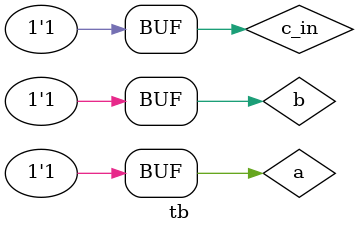
<source format=sv>
module tb;
  reg a , b , c_in;
  wire sum , c_out;
  FullAdder uut1(.a(a) , .b(b) , .c_in(c_in) , .sum(sum) , .c_out(c_out));
  initial begin
    a = 0 ; b = 0 ; c_in = 0;
    #10;
    a = 0 ; b = 0 ; c_in = 1;
    #10;
    a = 0 ; b = 1 ; c_in = 0;
    #10;
    a = 0 ; b = 1 ; c_in = 1;
    #10;
    a = 1 ; b = 0 ; c_in = 0;
    #10;
    a = 1 ; b = 0 ; c_in = 1;
    #10;
    a = 1 ; b = 1 ; c_in = 0;
    #10;
    a = 1 ; b = 1 ; c_in = 1;
    #10;
  end
  initial begin
    $monitor("a = %0d \t b = %0d \t c_in = %0d \ t sum = %0d \t c_out = %0d" , a , b , c_in , sum , c_out);
  end
endmodule

</source>
